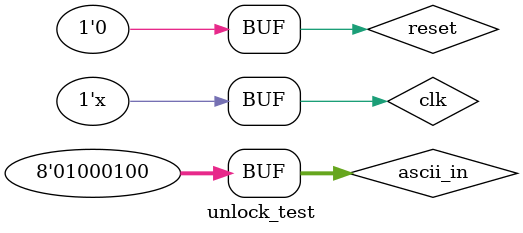
<source format=v>
`timescale 1ns / 1ps


module unlock_test;

	// Inputs
	reg [7:0] ascii_in;
	reg reset;
	reg clk;

	// Outputs
	wire out;

	// Instantiate the Unit Under Test (UUT)
	unlock unlock (ascii_in, out, reset, clk);

	always@(clk)
		#5 clk <= ~clk;

	initial begin
		// Initialize Inputs
		ascii_in = 0;
		reset = 1;
		clk = 0;

		// Wait 100 ns for global reset to finish
		#100;
		reset = 0;
		ascii_in = "A";
		#10
		ascii_in = "B";
		#10
		ascii_in = "C";
		#10
		ascii_in = "A";
		#10
		ascii_in = "B";
		#10
		ascii_in = "C";
		#10
		ascii_in = "D";
		
        
		// Add stimulus here

	end
      
endmodule


</source>
